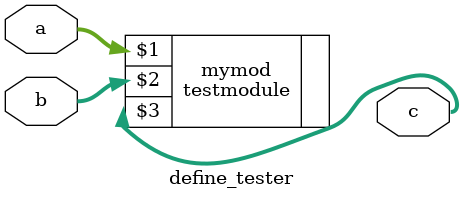
<source format=v>

module define_tester (a,b, c);

input [31:0] a;

input [31:0] b;
output [31:0] c;
testmodule mymod (a,b,c);

endmodule


</source>
